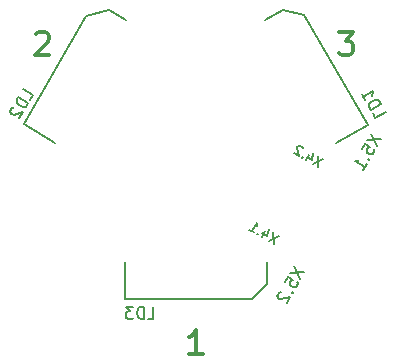
<source format=gbo>
G04 #@! TF.GenerationSoftware,KiCad,Pcbnew,7.0.8-7.0.8~ubuntu22.04.1*
G04 #@! TF.CreationDate,2023-10-19T22:21:27+02:00*
G04 #@! TF.ProjectId,LightPipe_PCB,4c696768-7450-4697-9065-5f5043422e6b,v0.1.2*
G04 #@! TF.SameCoordinates,Original*
G04 #@! TF.FileFunction,Legend,Bot*
G04 #@! TF.FilePolarity,Positive*
%FSLAX46Y46*%
G04 Gerber Fmt 4.6, Leading zero omitted, Abs format (unit mm)*
G04 Created by KiCad (PCBNEW 7.0.8-7.0.8~ubuntu22.04.1) date 2023-10-19 22:21:27*
%MOMM*%
%LPD*%
G01*
G04 APERTURE LIST*
%ADD10C,0.300000*%
%ADD11C,0.150000*%
%ADD12C,0.200000*%
%ADD13R,4.400000X4.400000*%
%ADD14C,4.400000*%
%ADD15C,2.200000*%
%ADD16C,1.400000*%
G04 APERTURE END LIST*
D10*
X127571428Y-107909638D02*
X126428571Y-107909638D01*
X126999999Y-107909638D02*
X126999999Y-105909638D01*
X126999999Y-105909638D02*
X126809523Y-106195352D01*
X126809523Y-106195352D02*
X126619047Y-106385828D01*
X126619047Y-106385828D02*
X126428571Y-106481066D01*
X139083333Y-80659638D02*
X140321428Y-80659638D01*
X140321428Y-80659638D02*
X139654761Y-81421542D01*
X139654761Y-81421542D02*
X139940476Y-81421542D01*
X139940476Y-81421542D02*
X140130952Y-81516780D01*
X140130952Y-81516780D02*
X140226190Y-81612019D01*
X140226190Y-81612019D02*
X140321428Y-81802495D01*
X140321428Y-81802495D02*
X140321428Y-82278685D01*
X140321428Y-82278685D02*
X140226190Y-82469161D01*
X140226190Y-82469161D02*
X140130952Y-82564400D01*
X140130952Y-82564400D02*
X139940476Y-82659638D01*
X139940476Y-82659638D02*
X139369047Y-82659638D01*
X139369047Y-82659638D02*
X139178571Y-82564400D01*
X139178571Y-82564400D02*
X139083333Y-82469161D01*
X113428571Y-80850114D02*
X113523809Y-80754876D01*
X113523809Y-80754876D02*
X113714285Y-80659638D01*
X113714285Y-80659638D02*
X114190476Y-80659638D01*
X114190476Y-80659638D02*
X114380952Y-80754876D01*
X114380952Y-80754876D02*
X114476190Y-80850114D01*
X114476190Y-80850114D02*
X114571428Y-81040590D01*
X114571428Y-81040590D02*
X114571428Y-81231066D01*
X114571428Y-81231066D02*
X114476190Y-81516780D01*
X114476190Y-81516780D02*
X113333333Y-82659638D01*
X113333333Y-82659638D02*
X114571428Y-82659638D01*
D11*
X141939448Y-87554759D02*
X142177543Y-87967152D01*
X142177543Y-87967152D02*
X143043568Y-87467152D01*
X141772781Y-87266084D02*
X142638806Y-86766084D01*
X142638806Y-86766084D02*
X142519759Y-86559887D01*
X142519759Y-86559887D02*
X142407091Y-86459979D01*
X142407091Y-86459979D02*
X142276993Y-86425119D01*
X142276993Y-86425119D02*
X142170705Y-86431499D01*
X142170705Y-86431499D02*
X141981938Y-86485498D01*
X141981938Y-86485498D02*
X141858220Y-86556926D01*
X141858220Y-86556926D02*
X141717073Y-86693404D01*
X141717073Y-86693404D02*
X141658404Y-86782262D01*
X141658404Y-86782262D02*
X141623544Y-86912360D01*
X141623544Y-86912360D02*
X141653733Y-87059887D01*
X141653733Y-87059887D02*
X141772781Y-87266084D01*
X141010876Y-85946426D02*
X141296591Y-86441298D01*
X141153733Y-86193862D02*
X142019759Y-85693862D01*
X142019759Y-85693862D02*
X141943660Y-85847769D01*
X141943660Y-85847769D02*
X141908800Y-85977867D01*
X141908800Y-85977867D02*
X141915180Y-86084155D01*
X141798093Y-89278587D02*
X142330785Y-90355937D01*
X141464760Y-89855937D02*
X142664119Y-89778587D01*
X141036189Y-90598245D02*
X141274284Y-90185852D01*
X141274284Y-90185852D02*
X141710486Y-90382708D01*
X141710486Y-90382708D02*
X141645438Y-90400137D01*
X141645438Y-90400137D02*
X141556579Y-90458806D01*
X141556579Y-90458806D02*
X141437532Y-90665003D01*
X141437532Y-90665003D02*
X141431152Y-90771291D01*
X141431152Y-90771291D02*
X141448582Y-90836340D01*
X141448582Y-90836340D02*
X141507251Y-90925198D01*
X141507251Y-90925198D02*
X141713447Y-91044246D01*
X141713447Y-91044246D02*
X141819735Y-91050626D01*
X141819735Y-91050626D02*
X141884784Y-91033196D01*
X141884784Y-91033196D02*
X141973643Y-90974527D01*
X141973643Y-90974527D02*
X142092690Y-90768330D01*
X142092690Y-90768330D02*
X142099070Y-90662042D01*
X142099070Y-90662042D02*
X142081640Y-90596993D01*
X141581640Y-91463019D02*
X141599070Y-91528068D01*
X141599070Y-91528068D02*
X141664119Y-91510638D01*
X141664119Y-91510638D02*
X141646689Y-91445589D01*
X141646689Y-91445589D02*
X141581640Y-91463019D01*
X141581640Y-91463019D02*
X141664119Y-91510638D01*
X141164119Y-92376663D02*
X141449833Y-91881791D01*
X141306976Y-92129227D02*
X140440951Y-91629227D01*
X140440951Y-91629227D02*
X140612288Y-91618177D01*
X140612288Y-91618177D02*
X140742385Y-91583317D01*
X140742385Y-91583317D02*
X140831244Y-91524648D01*
X122916666Y-104954819D02*
X123392856Y-104954819D01*
X123392856Y-104954819D02*
X123392856Y-103954819D01*
X122583332Y-104954819D02*
X122583332Y-103954819D01*
X122583332Y-103954819D02*
X122345237Y-103954819D01*
X122345237Y-103954819D02*
X122202380Y-104002438D01*
X122202380Y-104002438D02*
X122107142Y-104097676D01*
X122107142Y-104097676D02*
X122059523Y-104192914D01*
X122059523Y-104192914D02*
X122011904Y-104383390D01*
X122011904Y-104383390D02*
X122011904Y-104526247D01*
X122011904Y-104526247D02*
X122059523Y-104716723D01*
X122059523Y-104716723D02*
X122107142Y-104811961D01*
X122107142Y-104811961D02*
X122202380Y-104907200D01*
X122202380Y-104907200D02*
X122345237Y-104954819D01*
X122345237Y-104954819D02*
X122583332Y-104954819D01*
X121678570Y-103954819D02*
X121059523Y-103954819D01*
X121059523Y-103954819D02*
X121392856Y-104335771D01*
X121392856Y-104335771D02*
X121249999Y-104335771D01*
X121249999Y-104335771D02*
X121154761Y-104383390D01*
X121154761Y-104383390D02*
X121107142Y-104431009D01*
X121107142Y-104431009D02*
X121059523Y-104526247D01*
X121059523Y-104526247D02*
X121059523Y-104764342D01*
X121059523Y-104764342D02*
X121107142Y-104859580D01*
X121107142Y-104859580D02*
X121154761Y-104907200D01*
X121154761Y-104907200D02*
X121249999Y-104954819D01*
X121249999Y-104954819D02*
X121535713Y-104954819D01*
X121535713Y-104954819D02*
X121630951Y-104907200D01*
X121630951Y-104907200D02*
X121678570Y-104859580D01*
X133995602Y-97921356D02*
X133133722Y-98347509D01*
X133533722Y-97654689D02*
X133595602Y-98614176D01*
X132839533Y-97561819D02*
X132572867Y-98023700D01*
X133156872Y-97393126D02*
X133036115Y-97983236D01*
X133036115Y-97983236D02*
X132607226Y-97735617D01*
X132248056Y-97748193D02*
X132196017Y-97762137D01*
X132196017Y-97762137D02*
X132209961Y-97814176D01*
X132209961Y-97814176D02*
X132262000Y-97800232D01*
X132262000Y-97800232D02*
X132248056Y-97748193D01*
X132248056Y-97748193D02*
X132209961Y-97814176D01*
X131517141Y-97414176D02*
X131913038Y-97642747D01*
X131715089Y-97528462D02*
X132115089Y-96835641D01*
X132115089Y-96835641D02*
X132123929Y-96972711D01*
X132123929Y-96972711D02*
X132151817Y-97076789D01*
X132151817Y-97076789D02*
X132198752Y-97147876D01*
X135298093Y-100536917D02*
X135830785Y-101614267D01*
X134964760Y-101114267D02*
X136164119Y-101036917D01*
X134536189Y-101856575D02*
X134774284Y-101444182D01*
X134774284Y-101444182D02*
X135210486Y-101641038D01*
X135210486Y-101641038D02*
X135145438Y-101658467D01*
X135145438Y-101658467D02*
X135056579Y-101717136D01*
X135056579Y-101717136D02*
X134937532Y-101923333D01*
X134937532Y-101923333D02*
X134931152Y-102029621D01*
X134931152Y-102029621D02*
X134948582Y-102094670D01*
X134948582Y-102094670D02*
X135007251Y-102183528D01*
X135007251Y-102183528D02*
X135213447Y-102302576D01*
X135213447Y-102302576D02*
X135319735Y-102308956D01*
X135319735Y-102308956D02*
X135384784Y-102291526D01*
X135384784Y-102291526D02*
X135473643Y-102232857D01*
X135473643Y-102232857D02*
X135592690Y-102026660D01*
X135592690Y-102026660D02*
X135599070Y-101920372D01*
X135599070Y-101920372D02*
X135581640Y-101855323D01*
X135081640Y-102721349D02*
X135099070Y-102786398D01*
X135099070Y-102786398D02*
X135164119Y-102768968D01*
X135164119Y-102768968D02*
X135146689Y-102703919D01*
X135146689Y-102703919D02*
X135081640Y-102721349D01*
X135081640Y-102721349D02*
X135164119Y-102768968D01*
X134166286Y-102687740D02*
X134101238Y-102705170D01*
X134101238Y-102705170D02*
X134012379Y-102763839D01*
X134012379Y-102763839D02*
X133893332Y-102970036D01*
X133893332Y-102970036D02*
X133886952Y-103076324D01*
X133886952Y-103076324D02*
X133904382Y-103141372D01*
X133904382Y-103141372D02*
X133963051Y-103230231D01*
X133963051Y-103230231D02*
X134045529Y-103277850D01*
X134045529Y-103277850D02*
X134193057Y-103308039D01*
X134193057Y-103308039D02*
X134973643Y-103098882D01*
X134973643Y-103098882D02*
X134664119Y-103634993D01*
X137745602Y-91426166D02*
X136883722Y-91852319D01*
X137283722Y-91159499D02*
X137345602Y-92118986D01*
X136589533Y-91066629D02*
X136322867Y-91528510D01*
X136906872Y-90897936D02*
X136786115Y-91488046D01*
X136786115Y-91488046D02*
X136357226Y-91240427D01*
X135998056Y-91253003D02*
X135946017Y-91266947D01*
X135946017Y-91266947D02*
X135959961Y-91318986D01*
X135959961Y-91318986D02*
X136012000Y-91305042D01*
X136012000Y-91305042D02*
X135998056Y-91253003D01*
X135998056Y-91253003D02*
X135959961Y-91318986D01*
X136024943Y-90520720D02*
X136010999Y-90468681D01*
X136010999Y-90468681D02*
X135964064Y-90397594D01*
X135964064Y-90397594D02*
X135799107Y-90302356D01*
X135799107Y-90302356D02*
X135714076Y-90297252D01*
X135714076Y-90297252D02*
X135662037Y-90311196D01*
X135662037Y-90311196D02*
X135590950Y-90358131D01*
X135590950Y-90358131D02*
X135552855Y-90424114D01*
X135552855Y-90424114D02*
X135528704Y-90542136D01*
X135528704Y-90542136D02*
X135696030Y-91166605D01*
X135696030Y-91166605D02*
X135267141Y-90918986D01*
X112977217Y-86400058D02*
X113215313Y-85987665D01*
X113215313Y-85987665D02*
X112349287Y-85487665D01*
X112810551Y-86688733D02*
X111944525Y-86188733D01*
X111944525Y-86188733D02*
X111825478Y-86394930D01*
X111825478Y-86394930D02*
X111795288Y-86542457D01*
X111795288Y-86542457D02*
X111830148Y-86672555D01*
X111830148Y-86672555D02*
X111888817Y-86761413D01*
X111888817Y-86761413D02*
X112029965Y-86897891D01*
X112029965Y-86897891D02*
X112153683Y-86969319D01*
X112153683Y-86969319D02*
X112342449Y-87023318D01*
X112342449Y-87023318D02*
X112448738Y-87029698D01*
X112448738Y-87029698D02*
X112578835Y-86994838D01*
X112578835Y-86994838D02*
X112691503Y-86894930D01*
X112691503Y-86894930D02*
X112810551Y-86688733D01*
X111550813Y-87061139D02*
X111485765Y-87078568D01*
X111485765Y-87078568D02*
X111396906Y-87137237D01*
X111396906Y-87137237D02*
X111277859Y-87343434D01*
X111277859Y-87343434D02*
X111271479Y-87449722D01*
X111271479Y-87449722D02*
X111288909Y-87514771D01*
X111288909Y-87514771D02*
X111347578Y-87603629D01*
X111347578Y-87603629D02*
X111430056Y-87651248D01*
X111430056Y-87651248D02*
X111577584Y-87681438D01*
X111577584Y-87681438D02*
X112358170Y-87472280D01*
X112358170Y-87472280D02*
X112048646Y-88008391D01*
D12*
X138833459Y-90096152D02*
X141518138Y-88546152D01*
X134392305Y-78803848D02*
X132833459Y-79703848D01*
X134392305Y-78803848D02*
X136168138Y-79279681D01*
X141518138Y-88546152D02*
X136168138Y-79279681D01*
X121000000Y-100200000D02*
X121000000Y-103300000D01*
X133000000Y-102000000D02*
X133000000Y-100200000D01*
X133000000Y-102000000D02*
X131700000Y-103300000D01*
X121000000Y-103300000D02*
X131700000Y-103300000D01*
X115079938Y-90046152D02*
X112395260Y-88496152D01*
X119607695Y-78803848D02*
X121079938Y-79653848D01*
X119607695Y-78803848D02*
X117695260Y-79316283D01*
X112395260Y-88496152D02*
X117695260Y-79316283D01*
%LPC*%
X132227241Y-79880642D02*
G75*
G03*
X132227241Y-79880642I-100000J0D01*
G01*
X138427241Y-90619358D02*
G75*
G03*
X138427241Y-90619358I-100000J0D01*
G01*
G36*
X138500446Y-90519358D02*
G01*
X138327241Y-90619358D01*
X138154036Y-90719358D01*
X131954036Y-79980642D01*
X132127241Y-79880642D01*
X132300446Y-79780642D01*
X138500446Y-90519358D01*
G37*
X133300000Y-99500000D02*
G75*
G03*
X133300000Y-99500000I-100000J0D01*
G01*
X120900000Y-99500000D02*
G75*
G03*
X120900000Y-99500000I-100000J0D01*
G01*
G36*
X133200000Y-99500000D02*
G01*
X133200000Y-99700000D01*
X120800000Y-99700000D01*
X120800000Y-99500000D01*
X120800000Y-99300000D01*
X133200000Y-99300000D01*
X133200000Y-99500000D01*
G37*
X115686156Y-90569358D02*
G75*
G03*
X115686156Y-90569358I-100000J0D01*
G01*
X121886156Y-79830642D02*
G75*
G03*
X121886156Y-79830642I-100000J0D01*
G01*
G36*
X121786156Y-79830642D02*
G01*
X121959361Y-79930642D01*
X115759361Y-90669358D01*
X115586156Y-90569358D01*
X115412951Y-90469358D01*
X121612951Y-79730642D01*
X121786156Y-79830642D01*
G37*
G36*
G01*
X137296728Y-97965544D02*
X138335958Y-98565544D01*
G75*
G02*
X138647080Y-99726666I-425000J-736122D01*
G01*
X138647080Y-99726666D01*
G75*
G02*
X137485958Y-100037788I-736122J425000D01*
G01*
X136446728Y-99437788D01*
G75*
G02*
X136135606Y-98276666I425000J736122D01*
G01*
X136135606Y-98276666D01*
G75*
G02*
X137296728Y-97965544I736122J-425000D01*
G01*
G37*
G36*
G01*
X135396856Y-95656218D02*
X136096856Y-94443782D01*
G75*
G02*
X137257978Y-94132660I736122J-425000D01*
G01*
X137257978Y-94132660D01*
G75*
G02*
X137569100Y-95293782I-425000J-736122D01*
G01*
X136869100Y-96506218D01*
G75*
G02*
X135707978Y-96817340I-736122J425000D01*
G01*
X135707978Y-96817340D01*
G75*
G02*
X135396856Y-95656218I425000J736122D01*
G01*
G37*
G36*
G01*
X139813586Y-98206218D02*
X140513586Y-96993782D01*
G75*
G02*
X141674708Y-96682660I736122J-425000D01*
G01*
X141674708Y-96682660D01*
G75*
G02*
X141985830Y-97843782I-425000J-736122D01*
G01*
X141285830Y-99056218D01*
G75*
G02*
X140124708Y-99367340I-736122J425000D01*
G01*
X140124708Y-99367340D01*
G75*
G02*
X139813586Y-98206218I425000J736122D01*
G01*
G37*
G36*
G01*
X139896728Y-93462212D02*
X140935958Y-94062212D01*
G75*
G02*
X141247080Y-95223334I-425000J-736122D01*
G01*
X141247080Y-95223334D01*
G75*
G02*
X140085958Y-95534456I-736122J425000D01*
G01*
X139046728Y-94934456D01*
G75*
G02*
X138735606Y-93773334I425000J736122D01*
G01*
X138735606Y-93773334D01*
G75*
G02*
X139896728Y-93462212I736122J-425000D01*
G01*
G37*
G36*
G01*
X114953272Y-94934456D02*
X113914042Y-95534456D01*
G75*
G02*
X112752920Y-95223334I-425000J736122D01*
G01*
X112752920Y-95223334D01*
G75*
G02*
X113064042Y-94062212I736122J425000D01*
G01*
X114103272Y-93462212D01*
G75*
G02*
X115264394Y-93773334I425000J-736122D01*
G01*
X115264394Y-93773334D01*
G75*
G02*
X114953272Y-94934456I-736122J-425000D01*
G01*
G37*
G36*
G01*
X117903144Y-94443782D02*
X118603144Y-95656218D01*
G75*
G02*
X118292022Y-96817340I-736122J-425000D01*
G01*
X118292022Y-96817340D01*
G75*
G02*
X117130900Y-96506218I-425000J736122D01*
G01*
X116430900Y-95293782D01*
G75*
G02*
X116742022Y-94132660I736122J425000D01*
G01*
X116742022Y-94132660D01*
G75*
G02*
X117903144Y-94443782I425000J-736122D01*
G01*
G37*
G36*
G01*
X113486414Y-96993782D02*
X114186414Y-98206218D01*
G75*
G02*
X113875292Y-99367340I-736122J-425000D01*
G01*
X113875292Y-99367340D01*
G75*
G02*
X112714170Y-99056218I-425000J736122D01*
G01*
X112014170Y-97843782D01*
G75*
G02*
X112325292Y-96682660I736122J425000D01*
G01*
X112325292Y-96682660D01*
G75*
G02*
X113486414Y-96993782I425000J-736122D01*
G01*
G37*
G36*
G01*
X117553272Y-99437788D02*
X116514042Y-100037788D01*
G75*
G02*
X115352920Y-99726666I-425000J736122D01*
G01*
X115352920Y-99726666D01*
G75*
G02*
X115664042Y-98565544I736122J425000D01*
G01*
X116703272Y-97965544D01*
G75*
G02*
X117864394Y-98276666I425000J-736122D01*
G01*
X117864394Y-98276666D01*
G75*
G02*
X117553272Y-99437788I-736122J-425000D01*
G01*
G37*
D13*
X129500000Y-75300000D03*
D14*
X124500000Y-75300000D03*
D15*
X118700000Y-76100000D03*
X135300000Y-76100000D03*
G36*
X134000447Y-82725129D02*
G01*
X136448523Y-80965322D01*
X135798523Y-79839488D01*
X133050447Y-81079681D01*
X134000447Y-82725129D01*
G37*
G36*
X135250447Y-84890192D02*
G01*
X137698523Y-83130385D01*
X137048523Y-82004551D01*
X134300447Y-83244744D01*
X135250447Y-84890192D01*
G37*
G36*
X136500447Y-87055256D02*
G01*
X138948523Y-85295449D01*
X138298523Y-84169615D01*
X135550447Y-85409808D01*
X136500447Y-87055256D01*
G37*
G36*
X137750447Y-89220319D02*
G01*
X140198523Y-87460512D01*
X139548523Y-86334678D01*
X136800447Y-87574871D01*
X137750447Y-89220319D01*
G37*
X143240381Y-91870835D03*
G36*
X129800000Y-99700000D02*
G01*
X130100000Y-102700000D01*
X131400000Y-102700000D01*
X131700000Y-99700000D01*
X129800000Y-99700000D01*
G37*
G36*
X127300000Y-99700000D02*
G01*
X127600000Y-102700000D01*
X128900000Y-102700000D01*
X129200000Y-99700000D01*
X127300000Y-99700000D01*
G37*
G36*
X124800000Y-99700000D02*
G01*
X125100000Y-102700000D01*
X126400000Y-102700000D01*
X126700000Y-99700000D01*
X124800000Y-99700000D01*
G37*
G36*
X122300000Y-99700000D02*
G01*
X122600000Y-102700000D01*
X123900000Y-102700000D01*
X124200000Y-99700000D01*
X122300000Y-99700000D01*
G37*
D16*
X133384421Y-96341858D03*
D15*
X136740381Y-103129165D03*
D16*
X135684421Y-92358142D03*
G36*
X120862951Y-81029681D02*
G01*
X118114875Y-79789488D01*
X117464875Y-80915322D01*
X119912951Y-82675129D01*
X120862951Y-81029681D01*
G37*
G36*
X119612951Y-83194744D02*
G01*
X116864875Y-81954551D01*
X116214875Y-83080385D01*
X118662951Y-84840192D01*
X119612951Y-83194744D01*
G37*
G36*
X118362951Y-85359808D02*
G01*
X115614875Y-84119615D01*
X114964875Y-85245449D01*
X117412951Y-87005256D01*
X118362951Y-85359808D01*
G37*
G36*
X117112951Y-87524871D02*
G01*
X114364875Y-86284678D01*
X113714875Y-87410512D01*
X116162951Y-89170319D01*
X117112951Y-87524871D01*
G37*
%LPD*%
M02*

</source>
